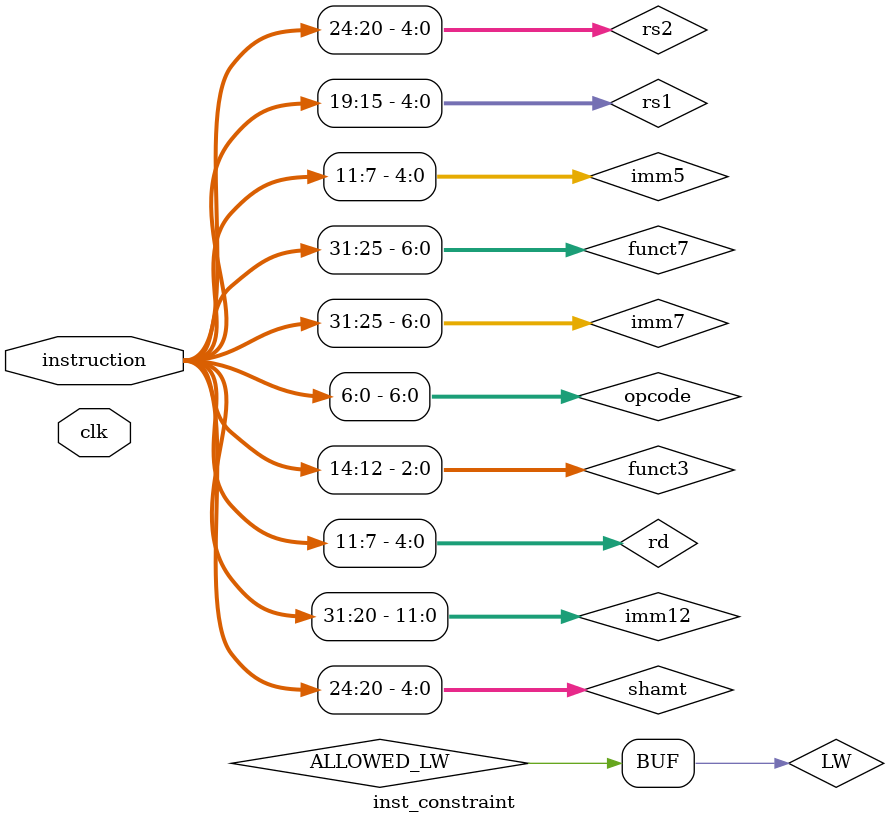
<source format=sv>

module inst_constraint (
// Inputs
instruction,
clk);

  input [31:0] instruction;
  input clk;

  wire [4:0] shamt;
  wire [11:0] imm12;
  wire [4:0] rd;
  wire [2:0] funct3;
  wire [6:0] opcode;
  wire [6:0] imm7;
  wire [6:0] funct7;
  wire [4:0] imm5;
  wire [4:0] rs1;
  wire [4:0] rs2;

  wire FORMAT_I;
  wire ALLOWED_I;
  wire ANDI;
  wire SLTIU;
  wire SRLI;
  wire SLTI;
  wire SRAI;
  wire SLLI;
  wire ORI;
  wire XORI;
  wire ADDI;

  wire FORMAT_LW;
  wire ALLOWED_LW;
  wire LW;

  wire FORMAT_R;
  wire ALLOWED_R;
  wire AND;
  wire SLTU;
  wire MULH;
  wire SRA;
  wire XOR;
  wire SUB;
  wire SLT;
  wire MULHSU;
  wire MULHU;
  wire SRL;
  wire SLL;
  wire ADD;
  wire MUL;
  wire OR;

  wire FORMAT_SW;
  wire ALLOWED_SW;
  wire SW;

  wire ALLOWED_NOP;
  wire NOP;

  assign shamt = instruction[24:20];
  assign imm12 = instruction[31:20];
  assign rd = instruction[11:7];
  assign funct3 = instruction[14:12];
  assign opcode = instruction[6:0];
  assign imm7 = instruction[31:25];
  assign funct7 = instruction[31:25];
  assign imm5 = instruction[11:7];
  assign rs1 = instruction[19:15];
  assign rs2 = instruction[24:20];

  assign FORMAT_I = (rs1 < 16) && (rd < 16);
  assign ANDI = FORMAT_I && (funct3 == 3'b111) && (opcode == 7'b0010011);
  assign SLTIU = FORMAT_I && (funct3 == 3'b011) && (opcode == 7'b0010011);
  assign SRLI = FORMAT_I && (funct3 == 3'b101) && (opcode == 7'b0010011) && (funct7 == 7'b0000000);
  assign SLTI = FORMAT_I && (funct3 == 3'b010) && (opcode == 7'b0010011);
  assign SRAI = FORMAT_I && (funct3 == 3'b101) && (opcode == 7'b0010011) && (funct7 == 7'b0100000);
  assign SLLI = FORMAT_I && (funct3 == 3'b001) && (opcode == 7'b0010011) && (funct7 == 7'b0000000);
  assign ORI = FORMAT_I && (funct3 == 3'b110) && (opcode == 7'b0010011);
  assign XORI = FORMAT_I && (funct3 == 3'b100) && (opcode == 7'b0010011);
  assign ADDI = FORMAT_I && (funct3 == 3'b000) && (opcode == 7'b0010011);
  assign ALLOWED_I = ANDI || SLTIU || SRLI || SLTI || SRAI || SLLI || ORI || XORI || ADDI;

  assign FORMAT_LW = (instruction[31:30] == 00) && (rs1 < 16) && (rd < 16);
  assign LW = FORMAT_LW && (funct3 == 3'b010) && (opcode == 7'b0000011) && (rs1 == 5'b00000);
  assign ALLOWED_LW = LW;

  assign FORMAT_R = (rs2 < 16) && (rs1 < 16) && (rd < 16);
  assign AND = FORMAT_R && (funct3 == 3'b111) && (opcode == 7'b0110011) && (funct7 == 7'b0000000);
  assign SLTU = FORMAT_R && (funct3 == 3'b011) && (opcode == 7'b0110011) && (funct7 == 7'b0000000);
  assign MULH = FORMAT_R && (funct3 == 3'b001) && (opcode == 7'b0110011) && (funct7 == 7'b0000001);
  assign SRA = FORMAT_R && (funct3 == 3'b101) && (opcode == 7'b0110011) && (funct7 == 7'b0100000);
  assign XOR = FORMAT_R && (funct3 == 3'b100) && (opcode == 7'b0110011) && (funct7 == 7'b0000000);
  assign SUB = FORMAT_R && (funct3 == 3'b000) && (opcode == 7'b0110011) && (funct7 == 7'b0100000);
  assign SLT = FORMAT_R && (funct3 == 3'b010) && (opcode == 7'b0110011) && (funct7 == 7'b0000000);
  assign SRL = FORMAT_R && (funct3 == 3'b101) && (opcode == 7'b0110011) && (funct7 == 7'b0000000);
  assign SLL = FORMAT_R && (funct3 == 3'b001) && (opcode == 7'b0110011) && (funct7 == 7'b0000000);
  assign ADD = FORMAT_R && (funct3 == 3'b000) && (opcode == 7'b0110011) && (funct7 == 7'b0000000);
  assign OR = FORMAT_R && (funct3 == 3'b110) && (opcode == 7'b0110011) && (funct7 == 7'b0000000);
  assign ALLOWED_R = AND || SLTU || SRA || XOR || SUB || SLT || SRL || SLL || ADD || OR;

  assign FORMAT_SW = (instruction[31:30] == 00) && (rs2 < 16) && (rs1 < 16);
  assign SW = FORMAT_SW && (funct3 == 3'b010) && (opcode == 7'b0100011) && (rs1 == 5'b00000);
  assign ALLOWED_SW = SW;

  assign NOP = (opcode == 7'b1111111);
  assign ALLOWED_NOP = NOP;

  always @(posedge clk) begin
    //assume property (ALLOWED_I || ALLOWED_LW || ALLOWED_R || ALLOWED_SW || ALLOWED_NOP);
    assume property (ADDI || ALLOWED_NOP);
  end

endmodule

</source>
